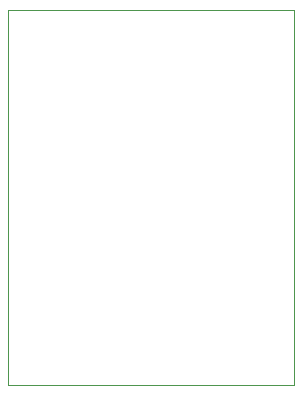
<source format=gbr>
G04 #@! TF.FileFunction,Profile,NP*
%FSLAX46Y46*%
G04 Gerber Fmt 4.6, Leading zero omitted, Abs format (unit mm)*
G04 Created by KiCad (PCBNEW 0.201506222247+5806~23~ubuntu14.04.1-product) date Sun 28 Jun 2015 17:51:11 CEST*
%MOMM*%
G01*
G04 APERTURE LIST*
%ADD10C,0.127000*%
%ADD11C,0.100000*%
G04 APERTURE END LIST*
D10*
D11*
X148463000Y-108966000D02*
X172720000Y-108966000D01*
X148463000Y-108966000D02*
X148463000Y-77216000D01*
X172720000Y-77216000D02*
X172720000Y-108966000D01*
X148463000Y-77216000D02*
X172720000Y-77216000D01*
M02*

</source>
